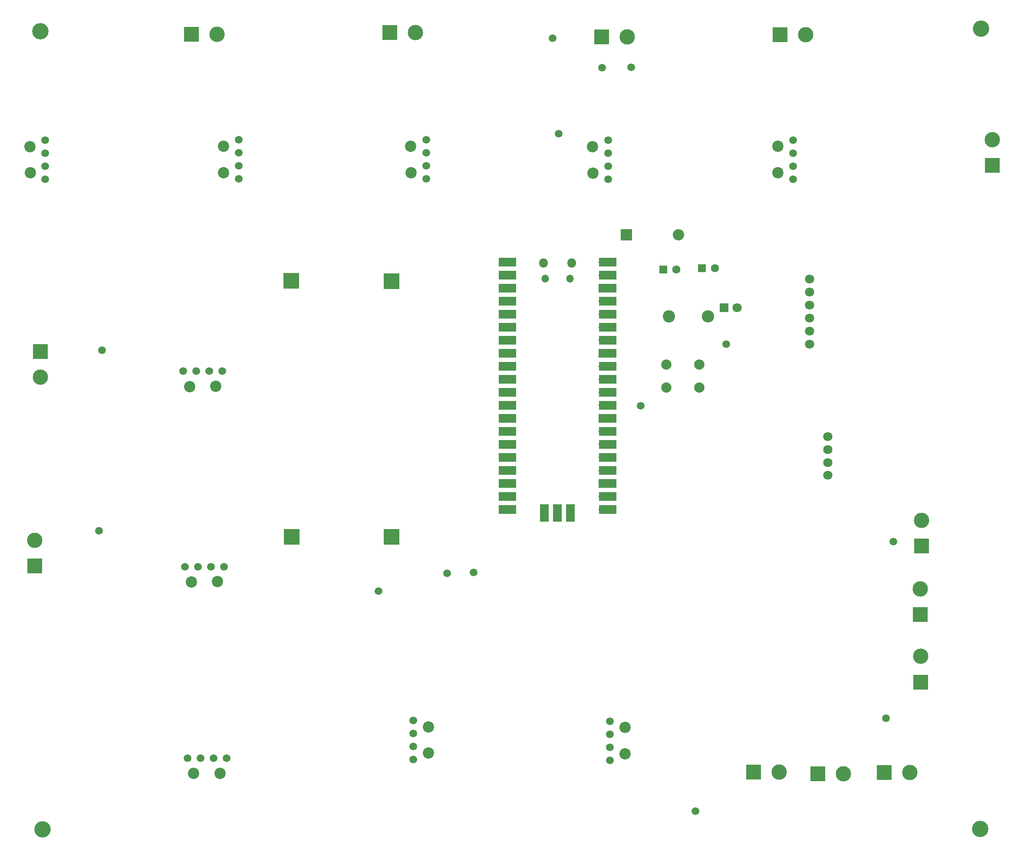
<source format=gbr>
%TF.GenerationSoftware,KiCad,Pcbnew,7.0.11+dfsg-1build4*%
%TF.CreationDate,2025-03-10T12:51:52+05:30*%
%TF.ProjectId,incubator,696e6375-6261-4746-9f72-2e6b69636164,rev?*%
%TF.SameCoordinates,Original*%
%TF.FileFunction,Soldermask,Top*%
%TF.FilePolarity,Negative*%
%FSLAX46Y46*%
G04 Gerber Fmt 4.6, Leading zero omitted, Abs format (unit mm)*
G04 Created by KiCad (PCBNEW 7.0.11+dfsg-1build4) date 2025-03-10 12:51:52*
%MOMM*%
%LPD*%
G01*
G04 APERTURE LIST*
%ADD10C,2.000000*%
%ADD11C,1.500000*%
%ADD12R,3.000000X3.000000*%
%ADD13C,3.000000*%
%ADD14C,3.200000*%
%ADD15O,1.800000X1.800000*%
%ADD16O,1.500000X1.500000*%
%ADD17O,1.700000X1.700000*%
%ADD18R,3.500000X1.700000*%
%ADD19R,1.700000X1.700000*%
%ADD20R,1.700000X3.500000*%
%ADD21R,2.200000X2.200000*%
%ADD22O,2.200000X2.200000*%
%ADD23R,1.800000X1.800000*%
%ADD24C,1.800000*%
%ADD25C,2.400000*%
%ADD26O,2.400000X2.400000*%
%ADD27R,1.600000X1.600000*%
%ADD28C,1.600000*%
%ADD29R,3.140000X3.140000*%
%ADD30C,2.200000*%
G04 APERTURE END LIST*
D10*
%TO.C,SW1*%
X157825000Y-86800000D03*
X164325000Y-86800000D03*
X157825000Y-91300000D03*
X164325000Y-91300000D03*
%TD*%
D11*
%TO.C,TP13*%
X135700000Y-23150000D03*
%TD*%
D12*
%TO.C,J15*%
X174855000Y-166360000D03*
D13*
X179855000Y-166360000D03*
%TD*%
D11*
%TO.C,TP14*%
X150975000Y-28800000D03*
%TD*%
D12*
%TO.C,J22*%
X180000000Y-22450000D03*
D13*
X185000000Y-22450000D03*
%TD*%
D11*
%TO.C,TP7*%
X136850000Y-41775000D03*
%TD*%
D14*
%TO.C,H2*%
X35775000Y-21775000D03*
%TD*%
D11*
%TO.C,*%
X115130000Y-127550000D03*
%TD*%
D15*
%TO.C,U3*%
X133915000Y-67010000D03*
D16*
X134215000Y-70040000D03*
X139065000Y-70040000D03*
D15*
X139365000Y-67010000D03*
D17*
X127750000Y-66880000D03*
D18*
X126850000Y-66880000D03*
D17*
X127750000Y-69420000D03*
D18*
X126850000Y-69420000D03*
D19*
X127750000Y-71960000D03*
D18*
X126850000Y-71960000D03*
D17*
X127750000Y-74500000D03*
D18*
X126850000Y-74500000D03*
D17*
X127750000Y-77040000D03*
D18*
X126850000Y-77040000D03*
D17*
X127750000Y-79580000D03*
D18*
X126850000Y-79580000D03*
D17*
X127750000Y-82120000D03*
D18*
X126850000Y-82120000D03*
D19*
X127750000Y-84660000D03*
D18*
X126850000Y-84660000D03*
D17*
X127750000Y-87200000D03*
D18*
X126850000Y-87200000D03*
D17*
X127750000Y-89740000D03*
D18*
X126850000Y-89740000D03*
D17*
X127750000Y-92280000D03*
D18*
X126850000Y-92280000D03*
D17*
X127750000Y-94820000D03*
D18*
X126850000Y-94820000D03*
D19*
X127750000Y-97360000D03*
D18*
X126850000Y-97360000D03*
D17*
X127750000Y-99900000D03*
D18*
X126850000Y-99900000D03*
D17*
X127750000Y-102440000D03*
D18*
X126850000Y-102440000D03*
D17*
X127750000Y-104980000D03*
D18*
X126850000Y-104980000D03*
D17*
X127750000Y-107520000D03*
D18*
X126850000Y-107520000D03*
D19*
X127750000Y-110060000D03*
D18*
X126850000Y-110060000D03*
D17*
X127750000Y-112600000D03*
D18*
X126850000Y-112600000D03*
D17*
X127750000Y-115140000D03*
D18*
X126850000Y-115140000D03*
D17*
X145530000Y-115140000D03*
D18*
X146430000Y-115140000D03*
D17*
X145530000Y-112600000D03*
D18*
X146430000Y-112600000D03*
D19*
X145530000Y-110060000D03*
D18*
X146430000Y-110060000D03*
D17*
X145530000Y-107520000D03*
D18*
X146430000Y-107520000D03*
D17*
X145530000Y-104980000D03*
D18*
X146430000Y-104980000D03*
D17*
X145530000Y-102440000D03*
D18*
X146430000Y-102440000D03*
D17*
X145530000Y-99900000D03*
D18*
X146430000Y-99900000D03*
D19*
X145530000Y-97360000D03*
D18*
X146430000Y-97360000D03*
D17*
X145530000Y-94820000D03*
D18*
X146430000Y-94820000D03*
D17*
X145530000Y-92280000D03*
D18*
X146430000Y-92280000D03*
D17*
X145530000Y-89740000D03*
D18*
X146430000Y-89740000D03*
D17*
X145530000Y-87200000D03*
D18*
X146430000Y-87200000D03*
D19*
X145530000Y-84660000D03*
D18*
X146430000Y-84660000D03*
D17*
X145530000Y-82120000D03*
D18*
X146430000Y-82120000D03*
D17*
X145530000Y-79580000D03*
D18*
X146430000Y-79580000D03*
D17*
X145530000Y-77040000D03*
D18*
X146430000Y-77040000D03*
D17*
X145530000Y-74500000D03*
D18*
X146430000Y-74500000D03*
D19*
X145530000Y-71960000D03*
D18*
X146430000Y-71960000D03*
D17*
X145530000Y-69420000D03*
D18*
X146430000Y-69420000D03*
D17*
X145530000Y-66880000D03*
D18*
X146430000Y-66880000D03*
D17*
X134100000Y-114910000D03*
D20*
X134100000Y-115810000D03*
D19*
X136640000Y-114910000D03*
D20*
X136640000Y-115810000D03*
D17*
X139180000Y-114910000D03*
D20*
X139180000Y-115810000D03*
%TD*%
D21*
%TO.C,D2*%
X150091000Y-61523000D03*
D22*
X160251000Y-61523000D03*
%TD*%
D23*
%TO.C,D1*%
X169125000Y-75725000D03*
D24*
X171665000Y-75725000D03*
%TD*%
D25*
%TO.C,R1*%
X158381000Y-77393000D03*
D26*
X166001000Y-77393000D03*
%TD*%
D11*
%TO.C,TP5*%
X47800000Y-84025000D03*
%TD*%
%TO.C,scl*%
X120234000Y-127360000D03*
%TD*%
D14*
%TO.C,H1*%
X219225000Y-21275000D03*
%TD*%
D11*
%TO.C,TP11*%
X163525000Y-173900000D03*
%TD*%
D24*
%TO.C,U10*%
X185754000Y-70150000D03*
X185754000Y-72690000D03*
X185754000Y-75230000D03*
X185754000Y-77770000D03*
X185754000Y-80310000D03*
X185754000Y-82850000D03*
%TD*%
D27*
%TO.C,C3*%
X157300000Y-68300000D03*
D28*
X159800000Y-68300000D03*
%TD*%
D12*
%TO.C,J17*%
X207375000Y-135625000D03*
D13*
X207375000Y-130625000D03*
%TD*%
D29*
%TO.C,U2*%
X104239000Y-70525000D03*
X84719000Y-70495000D03*
X104229000Y-120445000D03*
X84769000Y-120405000D03*
%TD*%
D12*
%TO.C,J20*%
X35775000Y-84250000D03*
D13*
X35775000Y-89250000D03*
%TD*%
D11*
%TO.C,U13*%
X146840000Y-164010000D03*
D30*
X149820000Y-162780000D03*
D11*
X146840000Y-161470000D03*
X146840000Y-158930000D03*
D30*
X149790000Y-157640000D03*
D11*
X146840000Y-156390000D03*
%TD*%
%TO.C,U7*%
X36729000Y-43045500D03*
D30*
X33749000Y-44275500D03*
D11*
X36729000Y-45585500D03*
X36729000Y-48125500D03*
D30*
X33779000Y-49415500D03*
D11*
X36729000Y-50665500D03*
%TD*%
%TO.C,*%
X202100000Y-121325000D03*
%TD*%
%TO.C,U5*%
X111004000Y-42995500D03*
D30*
X108024000Y-44225500D03*
D11*
X111004000Y-45535500D03*
X111004000Y-48075500D03*
D30*
X108054000Y-49365500D03*
D11*
X111004000Y-50615500D03*
%TD*%
D12*
%TO.C,J2*%
X221400000Y-47975000D03*
D13*
X221400000Y-42975000D03*
%TD*%
D11*
%TO.C,U6*%
X146479000Y-43070500D03*
D30*
X143499000Y-44300500D03*
D11*
X146479000Y-45610500D03*
X146479000Y-48150500D03*
D30*
X143529000Y-49440500D03*
D11*
X146479000Y-50690500D03*
%TD*%
D12*
%TO.C,J13*%
X187375000Y-166700000D03*
D13*
X192375000Y-166700000D03*
%TD*%
D11*
%TO.C,U8*%
X74485000Y-42990000D03*
D30*
X71505000Y-44220000D03*
D11*
X74485000Y-45530000D03*
X74485000Y-48070000D03*
D30*
X71535000Y-49360000D03*
D11*
X74485000Y-50610000D03*
%TD*%
%TO.C,U12*%
X64463000Y-163595000D03*
D30*
X65693000Y-166575000D03*
D11*
X67003000Y-163595000D03*
X69543000Y-163595000D03*
D30*
X70833000Y-166545000D03*
D11*
X72083000Y-163595000D03*
%TD*%
%TO.C,TP6*%
X152875000Y-94900000D03*
%TD*%
D12*
%TO.C,J21*%
X145250000Y-22925000D03*
D13*
X150250000Y-22925000D03*
%TD*%
D11*
%TO.C,U9*%
X63638000Y-88120000D03*
D30*
X64868000Y-91100000D03*
D11*
X66178000Y-88120000D03*
X68718000Y-88120000D03*
D30*
X70008000Y-91070000D03*
D11*
X71258000Y-88120000D03*
%TD*%
D12*
%TO.C,J12*%
X207475000Y-148755000D03*
D13*
X207475000Y-143755000D03*
%TD*%
D11*
%TO.C,TP3*%
X169501000Y-82873000D03*
%TD*%
D12*
%TO.C,J16*%
X200355000Y-166410000D03*
D13*
X205355000Y-166410000D03*
%TD*%
D11*
%TO.C,TP9*%
X101750000Y-130975000D03*
%TD*%
D12*
%TO.C,J6*%
X207600000Y-122175000D03*
D13*
X207600000Y-117175000D03*
%TD*%
D11*
%TO.C,TP10*%
X200700000Y-155825000D03*
%TD*%
D12*
%TO.C,J1*%
X103950000Y-22050000D03*
D13*
X108950000Y-22050000D03*
%TD*%
D24*
%TO.C,U14*%
X189360000Y-100895000D03*
X189360000Y-103435000D03*
X189360000Y-105975000D03*
X189360000Y-108425000D03*
%TD*%
D11*
%TO.C,U11*%
X63963000Y-126245000D03*
D30*
X65193000Y-129225000D03*
D11*
X66503000Y-126245000D03*
X69043000Y-126245000D03*
D30*
X70333000Y-129195000D03*
D11*
X71583000Y-126245000D03*
%TD*%
%TO.C,TP8*%
X47200000Y-119250000D03*
%TD*%
D12*
%TO.C,J5*%
X34700000Y-126073000D03*
D13*
X34700000Y-121073000D03*
%TD*%
D11*
%TO.C,U4*%
X108515000Y-163860000D03*
D30*
X111495000Y-162630000D03*
D11*
X108515000Y-161320000D03*
X108515000Y-158780000D03*
D30*
X111465000Y-157490000D03*
D11*
X108515000Y-156240000D03*
%TD*%
D14*
%TO.C,H4*%
X36175000Y-177500000D03*
%TD*%
D11*
%TO.C,TP4*%
X145350000Y-28925000D03*
%TD*%
D27*
%TO.C,C1*%
X164825888Y-68023000D03*
D28*
X167325888Y-68023000D03*
%TD*%
D11*
%TO.C,U1*%
X182585000Y-43040000D03*
D30*
X179605000Y-44270000D03*
D11*
X182585000Y-45580000D03*
X182585000Y-48120000D03*
D30*
X179635000Y-49410000D03*
D11*
X182585000Y-50660000D03*
%TD*%
D12*
%TO.C,J3*%
X65250000Y-22425000D03*
D13*
X70250000Y-22425000D03*
%TD*%
D14*
%TO.C,H3*%
X219100000Y-177400000D03*
%TD*%
M02*

</source>
